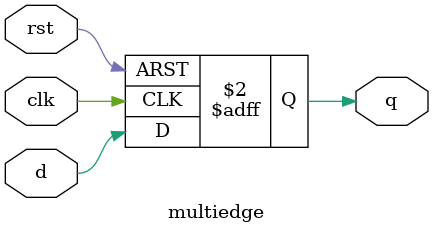
<source format=v>
module multiedge(
    input clk, rst, d,
    output q
);

always @(posedge clk, posedge rst)
begin
    if(rst)
        q <= 0;
    else
        q <= d;
end

endmodule
</source>
